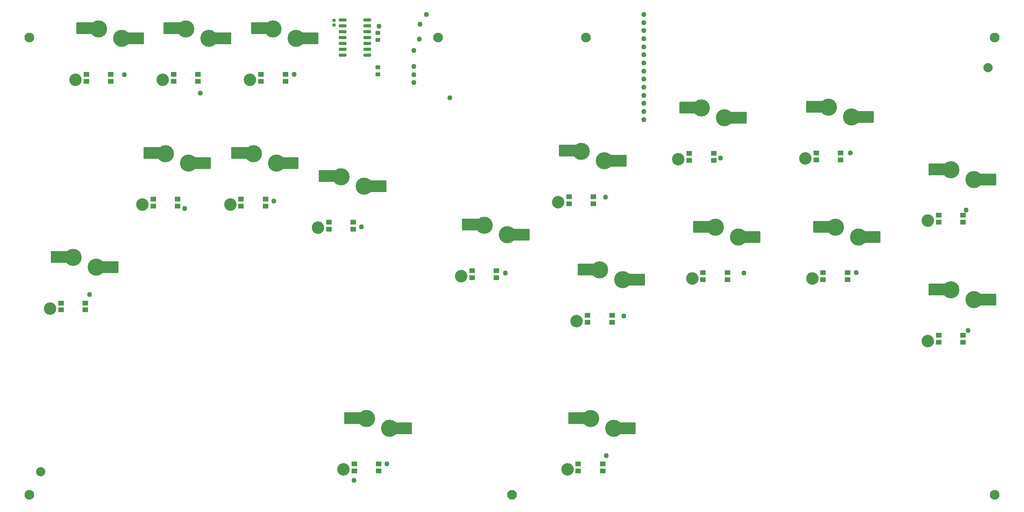
<source format=gbs>
G04*
G04 #@! TF.GenerationSoftware,Altium Limited,CircuitStudio,1.5.2 (30)*
G04*
G04 Layer_Color=8150272*
%FSLAX25Y25*%
%MOIN*%
G70*
G01*
G75*
%ADD31C,0.08268*%
%ADD32C,0.07874*%
G04:AMPARAMS|DCode=33|XSize=3.94mil|YSize=3.94mil|CornerRadius=0mil|HoleSize=0mil|Usage=FLASHONLY|Rotation=180.000|XOffset=0mil|YOffset=0mil|HoleType=Round|Shape=RoundedRectangle|*
%AMROUNDEDRECTD33*
21,1,0.00394,0.00394,0,0,180.0*
21,1,0.00394,0.00394,0,0,180.0*
1,1,0.00000,-0.00197,0.00197*
1,1,0.00000,0.00197,0.00197*
1,1,0.00000,0.00197,-0.00197*
1,1,0.00000,-0.00197,-0.00197*
%
%ADD33ROUNDEDRECTD33*%
G04:AMPARAMS|DCode=34|XSize=3.94mil|YSize=3.94mil|CornerRadius=0mil|HoleSize=0mil|Usage=FLASHONLY|Rotation=90.000|XOffset=0mil|YOffset=0mil|HoleType=Round|Shape=RoundedRectangle|*
%AMROUNDEDRECTD34*
21,1,0.00394,0.00394,0,0,90.0*
21,1,0.00394,0.00394,0,0,90.0*
1,1,0.00000,0.00197,0.00197*
1,1,0.00000,0.00197,-0.00197*
1,1,0.00000,-0.00197,-0.00197*
1,1,0.00000,-0.00197,0.00197*
%
%ADD34ROUNDEDRECTD34*%
%ADD35C,0.14567*%
%ADD36C,0.10630*%
%ADD37C,0.00394*%
G04:AMPARAMS|DCode=38|XSize=27.56mil|YSize=27.56mil|CornerRadius=7.87mil|HoleSize=0mil|Usage=FLASHONLY|Rotation=270.000|XOffset=0mil|YOffset=0mil|HoleType=Round|Shape=RoundedRectangle|*
%AMROUNDEDRECTD38*
21,1,0.02756,0.01181,0,0,270.0*
21,1,0.01181,0.02756,0,0,270.0*
1,1,0.01575,-0.00591,-0.00591*
1,1,0.01575,-0.00591,0.00591*
1,1,0.01575,0.00591,0.00591*
1,1,0.01575,0.00591,-0.00591*
%
%ADD38ROUNDEDRECTD38*%
G04:AMPARAMS|DCode=39|XSize=33.47mil|YSize=43.31mil|CornerRadius=9.35mil|HoleSize=0mil|Usage=FLASHONLY|Rotation=270.000|XOffset=0mil|YOffset=0mil|HoleType=Round|Shape=RoundedRectangle|*
%AMROUNDEDRECTD39*
21,1,0.03347,0.02461,0,0,270.0*
21,1,0.01476,0.04331,0,0,270.0*
1,1,0.01870,-0.01230,-0.00738*
1,1,0.01870,-0.01230,0.00738*
1,1,0.01870,0.01230,0.00738*
1,1,0.01870,0.01230,-0.00738*
%
%ADD39ROUNDEDRECTD39*%
%ADD40C,0.04331*%
G04:AMPARAMS|DCode=41|XSize=155.51mil|YSize=102.36mil|CornerRadius=6.89mil|HoleSize=0mil|Usage=FLASHONLY|Rotation=0.000|XOffset=0mil|YOffset=0mil|HoleType=Round|Shape=RoundedRectangle|*
%AMROUNDEDRECTD41*
21,1,0.15551,0.08858,0,0,0.0*
21,1,0.14173,0.10236,0,0,0.0*
1,1,0.01378,0.07087,-0.04429*
1,1,0.01378,-0.07087,-0.04429*
1,1,0.01378,-0.07087,0.04429*
1,1,0.01378,0.07087,0.04429*
%
%ADD41ROUNDEDRECTD41*%
%ADD42R,0.05118X0.03937*%
G04:AMPARAMS|DCode=43|XSize=64.96mil|YSize=27.56mil|CornerRadius=7.87mil|HoleSize=0mil|Usage=FLASHONLY|Rotation=180.000|XOffset=0mil|YOffset=0mil|HoleType=Round|Shape=RoundedRectangle|*
%AMROUNDEDRECTD43*
21,1,0.06496,0.01181,0,0,180.0*
21,1,0.04921,0.02756,0,0,180.0*
1,1,0.01575,-0.02461,0.00591*
1,1,0.01575,0.02461,0.00591*
1,1,0.01575,0.02461,-0.00591*
1,1,0.01575,-0.02461,-0.00591*
%
%ADD43ROUNDEDRECTD43*%
D31*
X-523622Y-354331D02*
D03*
X299213D02*
D03*
X-523622Y35433D02*
D03*
X299213D02*
D03*
X-112205Y-354331D02*
D03*
X-175197Y35433D02*
D03*
X-49213D02*
D03*
D32*
X-513779Y-334646D02*
D03*
X293307Y9843D02*
D03*
D33*
X-486221Y-197047D02*
D03*
Y-190354D02*
D03*
X-464567Y-2165D02*
D03*
Y4528D02*
D03*
X-236221Y-334252D02*
D03*
Y-327559D02*
D03*
X-390158Y-2165D02*
D03*
Y4528D02*
D03*
X-257874Y-128150D02*
D03*
Y-121457D02*
D03*
X-45276Y-334252D02*
D03*
Y-327559D02*
D03*
X261811Y-224606D02*
D03*
Y-217913D02*
D03*
Y-122244D02*
D03*
Y-115551D02*
D03*
X-407480Y-108465D02*
D03*
Y-101772D02*
D03*
X-135827Y-169488D02*
D03*
Y-162795D02*
D03*
X163386Y-171299D02*
D03*
Y-164606D02*
D03*
X157480Y-69095D02*
D03*
Y-62402D02*
D03*
X-315748Y-2165D02*
D03*
Y4528D02*
D03*
X-332677Y-108465D02*
D03*
Y-101772D02*
D03*
X49213Y-69606D02*
D03*
Y-62913D02*
D03*
X-53150Y-106496D02*
D03*
Y-99803D02*
D03*
X61024Y-171299D02*
D03*
Y-164606D02*
D03*
X-37402Y-207638D02*
D03*
Y-200945D02*
D03*
D34*
X-482874Y-193701D02*
D03*
X-489567D02*
D03*
X-461221Y1181D02*
D03*
X-467913D02*
D03*
X-232874Y-330906D02*
D03*
X-239567D02*
D03*
X-386811Y1181D02*
D03*
X-393504D02*
D03*
X-254528Y-124803D02*
D03*
X-261221D02*
D03*
X-41929Y-330906D02*
D03*
X-48622D02*
D03*
X265158Y-221260D02*
D03*
X258465D02*
D03*
X265158Y-118898D02*
D03*
X258465D02*
D03*
X-404134Y-105118D02*
D03*
X-410827D02*
D03*
X-132480Y-166142D02*
D03*
X-139173D02*
D03*
X166732Y-167953D02*
D03*
X160039D02*
D03*
X160827Y-65748D02*
D03*
X154134D02*
D03*
X-312402Y1181D02*
D03*
X-319094D02*
D03*
X-329331Y-105118D02*
D03*
X-336024D02*
D03*
X52559Y-66260D02*
D03*
X45866D02*
D03*
X-49803Y-103150D02*
D03*
X-56496D02*
D03*
X64370Y-167953D02*
D03*
X57677D02*
D03*
X-34055Y-204291D02*
D03*
X-40748D02*
D03*
D35*
X-486221Y-151969D02*
D03*
X-466535Y-160236D02*
D03*
X-464567Y42913D02*
D03*
X-444882Y34646D02*
D03*
X-236221Y-289173D02*
D03*
X-216535Y-297441D02*
D03*
X-390158Y42913D02*
D03*
X-370472Y34646D02*
D03*
X-257874Y-83071D02*
D03*
X-238189Y-91339D02*
D03*
X-45276Y-289173D02*
D03*
X-25591Y-297441D02*
D03*
X261811Y-179528D02*
D03*
X281496Y-187795D02*
D03*
X261811Y-77165D02*
D03*
X281496Y-85433D02*
D03*
X-407480Y-63386D02*
D03*
X-387795Y-71653D02*
D03*
X-135827Y-124409D02*
D03*
X-116142Y-132677D02*
D03*
X163386Y-126221D02*
D03*
X183071Y-134488D02*
D03*
X157480Y-24016D02*
D03*
X177165Y-32283D02*
D03*
X-315748Y42913D02*
D03*
X-296063Y34646D02*
D03*
X-332677Y-63386D02*
D03*
X-312992Y-71653D02*
D03*
X49213Y-24528D02*
D03*
X68898Y-32795D02*
D03*
X-53150Y-61417D02*
D03*
X-33465Y-69685D02*
D03*
X61024Y-126221D02*
D03*
X80709Y-134488D02*
D03*
X-37402Y-162559D02*
D03*
X-17717Y-170827D02*
D03*
D36*
X-505905Y-195472D02*
D03*
X-484252Y-591D02*
D03*
X-255906Y-332677D02*
D03*
X-409842Y-591D02*
D03*
X-277559Y-126575D02*
D03*
X-64961Y-332677D02*
D03*
X242126Y-223031D02*
D03*
Y-120669D02*
D03*
X-427165Y-106890D02*
D03*
X-155512Y-167913D02*
D03*
X143701Y-169724D02*
D03*
X137795Y-67520D02*
D03*
X-335433Y-591D02*
D03*
X-352362Y-106890D02*
D03*
X29528Y-68032D02*
D03*
X-72835Y-104921D02*
D03*
X41339Y-169724D02*
D03*
X-57087Y-206063D02*
D03*
D37*
X-507874Y-175197D02*
D03*
X-464567D02*
D03*
X-486221D02*
D03*
X-486221Y19685D02*
D03*
X-442913D02*
D03*
X-464567D02*
D03*
X-257874Y-312402D02*
D03*
X-214567D02*
D03*
X-236221D02*
D03*
X-411811Y19685D02*
D03*
X-368504D02*
D03*
X-390158D02*
D03*
X-279528Y-106299D02*
D03*
X-236221D02*
D03*
X-257874D02*
D03*
X-66929Y-312402D02*
D03*
X-23622D02*
D03*
X-45276D02*
D03*
X240158Y-202756D02*
D03*
X283465D02*
D03*
X261811D02*
D03*
X240158Y-100394D02*
D03*
X283465D02*
D03*
X261811D02*
D03*
X-429134Y-86614D02*
D03*
X-385827D02*
D03*
X-407480D02*
D03*
X-157480Y-147638D02*
D03*
X-114173D02*
D03*
X-135827D02*
D03*
X141732Y-149449D02*
D03*
X185039D02*
D03*
X163386D02*
D03*
X135827Y-47244D02*
D03*
X179134D02*
D03*
X157480D02*
D03*
X-337402Y19685D02*
D03*
X-294094D02*
D03*
X-315748D02*
D03*
X-354331Y-86614D02*
D03*
X-311024D02*
D03*
X-332677D02*
D03*
X27559Y-47756D02*
D03*
X70866D02*
D03*
X49213D02*
D03*
X-74803Y-84646D02*
D03*
X-31496D02*
D03*
X-53150D02*
D03*
X39370Y-149449D02*
D03*
X82677D02*
D03*
X61024D02*
D03*
X-59055Y-185787D02*
D03*
X-15748D02*
D03*
X-37402D02*
D03*
D38*
X-263779Y46161D02*
D03*
Y50295D02*
D03*
D39*
X-226378Y39370D02*
D03*
Y33465D02*
D03*
Y4134D02*
D03*
Y10039D02*
D03*
D40*
X-240551Y-125984D02*
D03*
X276378Y-214173D02*
D03*
X-246850Y-341732D02*
D03*
X-218898Y-327953D02*
D03*
X-472047Y-183465D02*
D03*
X-165354Y-15748D02*
D03*
X-315354Y-103937D02*
D03*
X-391339Y-110236D02*
D03*
X-297835Y4134D02*
D03*
X-377953Y-11811D02*
D03*
X-442520Y3937D02*
D03*
X-117717Y-165354D02*
D03*
X-31890Y-320866D02*
D03*
X-16732Y-201772D02*
D03*
X-32480Y-100394D02*
D03*
X181102Y-165000D02*
D03*
X85630Y-165354D02*
D03*
X274803Y-111417D02*
D03*
X175984Y-62992D02*
D03*
X65354Y-67126D02*
D03*
X0Y6890D02*
D03*
X-195866Y24606D02*
D03*
X0Y13780D02*
D03*
Y20669D02*
D03*
X-225590Y45276D02*
D03*
X0Y27559D02*
D03*
Y34449D02*
D03*
X-195866Y10827D02*
D03*
Y3937D02*
D03*
X0Y41339D02*
D03*
Y48228D02*
D03*
X-195866Y-2953D02*
D03*
X0Y55118D02*
D03*
Y-34449D02*
D03*
Y-27559D02*
D03*
Y-20669D02*
D03*
X-190551Y46850D02*
D03*
X0Y-13780D02*
D03*
X-191339Y34252D02*
D03*
X0Y-6890D02*
D03*
X-185039Y55118D02*
D03*
X0Y0D02*
D03*
D41*
X-455315Y-160236D02*
D03*
X-497441Y-151575D02*
D03*
X-433661Y34646D02*
D03*
X-475787Y43307D02*
D03*
X-205315Y-297441D02*
D03*
X-247441Y-288779D02*
D03*
X-359252Y34646D02*
D03*
X-401378Y43307D02*
D03*
X-226969Y-91339D02*
D03*
X-269094Y-82677D02*
D03*
X-14370Y-297441D02*
D03*
X-56496Y-288779D02*
D03*
X292717Y-187795D02*
D03*
X250590Y-179134D02*
D03*
X292717Y-85433D02*
D03*
X250590Y-76772D02*
D03*
X-376575Y-71653D02*
D03*
X-418701Y-62992D02*
D03*
X-104921Y-132677D02*
D03*
X-147047Y-124016D02*
D03*
X194291Y-134488D02*
D03*
X152165Y-125827D02*
D03*
X188386Y-32283D02*
D03*
X146260Y-23622D02*
D03*
X-284842Y34646D02*
D03*
X-326969Y43307D02*
D03*
X-301772Y-71653D02*
D03*
X-343898Y-62992D02*
D03*
X80118Y-32795D02*
D03*
X37992Y-24134D02*
D03*
X-22244Y-69685D02*
D03*
X-64370Y-61024D02*
D03*
X91929Y-134488D02*
D03*
X49803Y-125827D02*
D03*
X-6496Y-170827D02*
D03*
X-48622Y-162165D02*
D03*
D42*
X-496654Y-190748D02*
D03*
Y-196653D02*
D03*
X-475787D02*
D03*
Y-190748D02*
D03*
X-475000Y4134D02*
D03*
Y-1772D02*
D03*
X-454134D02*
D03*
Y4134D02*
D03*
X-246654Y-327953D02*
D03*
Y-333858D02*
D03*
X-225787D02*
D03*
Y-327953D02*
D03*
X-400591Y4134D02*
D03*
Y-1772D02*
D03*
X-379724D02*
D03*
Y4134D02*
D03*
X-268307Y-121850D02*
D03*
Y-127756D02*
D03*
X-247441D02*
D03*
Y-121850D02*
D03*
X-55709Y-327953D02*
D03*
Y-333858D02*
D03*
X-34843D02*
D03*
Y-327953D02*
D03*
X251378Y-218307D02*
D03*
Y-224213D02*
D03*
X272244D02*
D03*
Y-218307D02*
D03*
X251378Y-115945D02*
D03*
Y-121850D02*
D03*
X272244D02*
D03*
Y-115945D02*
D03*
X-417913Y-102165D02*
D03*
Y-108071D02*
D03*
X-397047D02*
D03*
Y-102165D02*
D03*
X-146260Y-163189D02*
D03*
Y-169095D02*
D03*
X-125394D02*
D03*
Y-163189D02*
D03*
X152953Y-165000D02*
D03*
Y-170905D02*
D03*
X173819D02*
D03*
Y-165000D02*
D03*
X147047Y-62795D02*
D03*
Y-68701D02*
D03*
X167913D02*
D03*
Y-62795D02*
D03*
X-326181Y4134D02*
D03*
Y-1772D02*
D03*
X-305315D02*
D03*
Y4134D02*
D03*
X-343110Y-102165D02*
D03*
Y-108071D02*
D03*
X-322244D02*
D03*
Y-102165D02*
D03*
X38780Y-63307D02*
D03*
Y-69213D02*
D03*
X59646D02*
D03*
Y-63307D02*
D03*
X-63583Y-100197D02*
D03*
Y-106102D02*
D03*
X-42717D02*
D03*
Y-100197D02*
D03*
X50591Y-165000D02*
D03*
Y-170905D02*
D03*
X71457D02*
D03*
Y-165000D02*
D03*
X-47835Y-201339D02*
D03*
Y-207244D02*
D03*
X-26969D02*
D03*
Y-201339D02*
D03*
D43*
X-256693Y20433D02*
D03*
X-235433D02*
D03*
Y25433D02*
D03*
Y30433D02*
D03*
Y35433D02*
D03*
Y40433D02*
D03*
Y45433D02*
D03*
Y50433D02*
D03*
X-256693Y25433D02*
D03*
Y30433D02*
D03*
Y35433D02*
D03*
Y40433D02*
D03*
Y45433D02*
D03*
Y50433D02*
D03*
M02*

</source>
